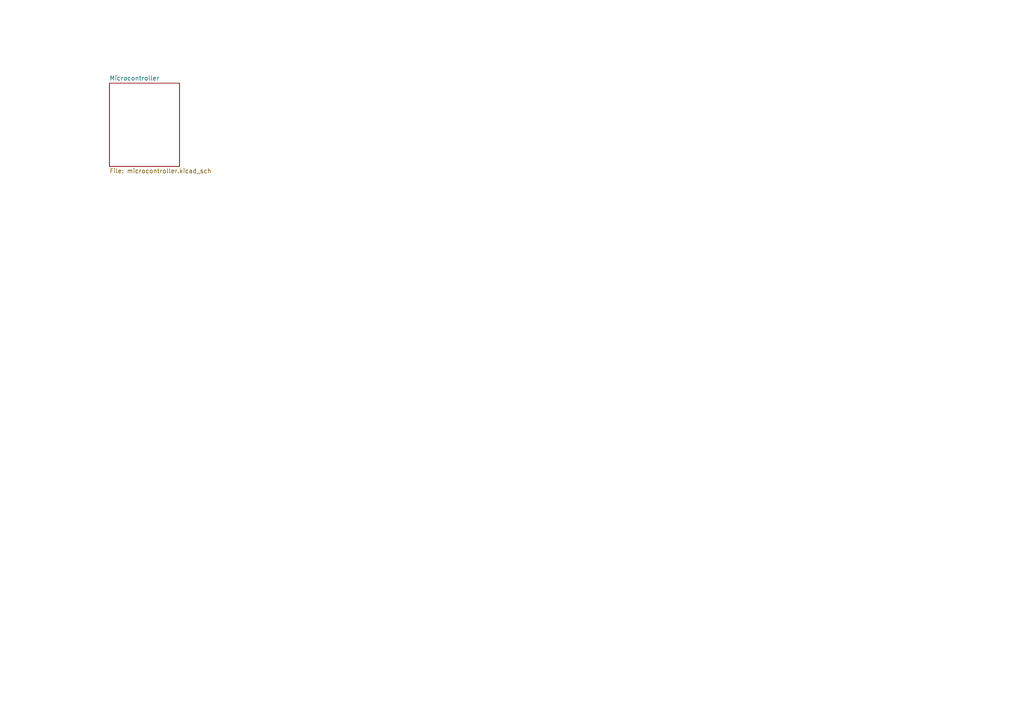
<source format=kicad_sch>
(kicad_sch
	(version 20250114)
	(generator "eeschema")
	(generator_version "9.0")
	(uuid "7b59966f-0dc1-479d-a741-644cad5fce50")
	(paper "A4")
	(title_block
		(title "INFERNO")
		(date "2025-10-05")
		(rev "1.0")
	)
	(lib_symbols)
	(sheet
		(at 31.75 24.13)
		(size 20.32 24.13)
		(exclude_from_sim no)
		(in_bom yes)
		(on_board yes)
		(dnp no)
		(fields_autoplaced yes)
		(stroke
			(width 0.1524)
			(type solid)
		)
		(fill
			(color 0 0 0 0.0000)
		)
		(uuid "6395105d-a931-4ecf-8d41-eadbb2c4bfcb")
		(property "Sheetname" "Microcontroller"
			(at 31.75 23.4184 0)
			(effects
				(font
					(size 1.27 1.27)
				)
				(justify left bottom)
			)
		)
		(property "Sheetfile" "microcontroller.kicad_sch"
			(at 31.75 48.8446 0)
			(effects
				(font
					(size 1.27 1.27)
				)
				(justify left top)
			)
		)
		(instances
			(project "INFERNO"
				(path "/7b59966f-0dc1-479d-a741-644cad5fce50"
					(page "2")
				)
			)
		)
	)
	(sheet_instances
		(path "/"
			(page "1")
		)
	)
	(embedded_fonts no)
)

</source>
